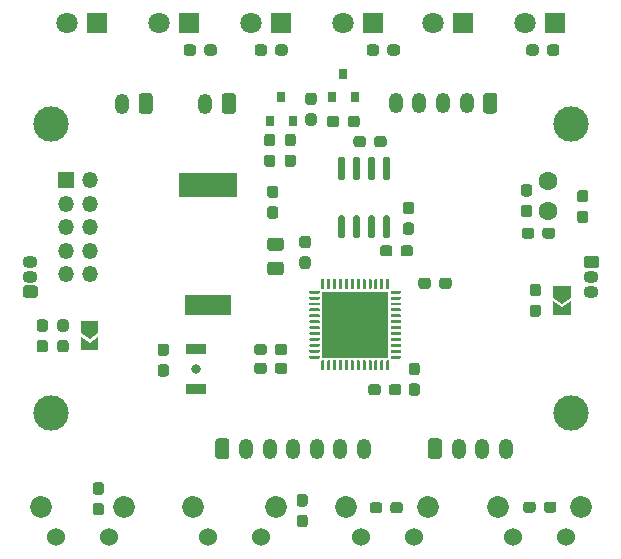
<source format=gbr>
%TF.GenerationSoftware,KiCad,Pcbnew,(5.1.6)-1*%
%TF.CreationDate,2020-12-26T20:27:58+01:00*%
%TF.ProjectId,VESC_UI,56455343-5f55-4492-9e6b-696361645f70,rev?*%
%TF.SameCoordinates,Original*%
%TF.FileFunction,Soldermask,Top*%
%TF.FilePolarity,Negative*%
%FSLAX46Y46*%
G04 Gerber Fmt 4.6, Leading zero omitted, Abs format (unit mm)*
G04 Created by KiCad (PCBNEW (5.1.6)-1) date 2020-12-26 20:27:58*
%MOMM*%
%LPD*%
G01*
G04 APERTURE LIST*
%ADD10O,1.350000X1.350000*%
%ADD11R,1.350000X1.350000*%
%ADD12O,1.300000X1.050000*%
%ADD13C,0.800000*%
%ADD14R,1.700000X0.900000*%
%ADD15C,1.600000*%
%ADD16R,0.800000X0.900000*%
%ADD17C,1.524000*%
%ADD18C,1.850000*%
%ADD19O,1.200000X1.750000*%
%ADD20C,3.000000*%
%ADD21C,1.800000*%
%ADD22R,1.800000X1.800000*%
%ADD23R,5.000000X2.000000*%
%ADD24R,4.000000X1.700000*%
%ADD25C,0.100000*%
%ADD26R,5.600000X5.600000*%
G04 APERTURE END LIST*
%TO.C,C15*%
G36*
G01*
X135250000Y-106362500D02*
X135250000Y-106837500D01*
G75*
G02*
X135012500Y-107075000I-237500J0D01*
G01*
X134437500Y-107075000D01*
G75*
G02*
X134200000Y-106837500I0J237500D01*
G01*
X134200000Y-106362500D01*
G75*
G02*
X134437500Y-106125000I237500J0D01*
G01*
X135012500Y-106125000D01*
G75*
G02*
X135250000Y-106362500I0J-237500D01*
G01*
G37*
G36*
G01*
X137000000Y-106362500D02*
X137000000Y-106837500D01*
G75*
G02*
X136762500Y-107075000I-237500J0D01*
G01*
X136187500Y-107075000D01*
G75*
G02*
X135950000Y-106837500I0J237500D01*
G01*
X135950000Y-106362500D01*
G75*
G02*
X136187500Y-106125000I237500J0D01*
G01*
X136762500Y-106125000D01*
G75*
G02*
X137000000Y-106362500I0J-237500D01*
G01*
G37*
%TD*%
%TO.C,L2*%
G36*
G01*
X134200000Y-108437500D02*
X134200000Y-107962500D01*
G75*
G02*
X134437500Y-107725000I237500J0D01*
G01*
X135012500Y-107725000D01*
G75*
G02*
X135250000Y-107962500I0J-237500D01*
G01*
X135250000Y-108437500D01*
G75*
G02*
X135012500Y-108675000I-237500J0D01*
G01*
X134437500Y-108675000D01*
G75*
G02*
X134200000Y-108437500I0J237500D01*
G01*
G37*
G36*
G01*
X135950000Y-108437500D02*
X135950000Y-107962500D01*
G75*
G02*
X136187500Y-107725000I237500J0D01*
G01*
X136762500Y-107725000D01*
G75*
G02*
X137000000Y-107962500I0J-237500D01*
G01*
X137000000Y-108437500D01*
G75*
G02*
X136762500Y-108675000I-237500J0D01*
G01*
X136187500Y-108675000D01*
G75*
G02*
X135950000Y-108437500I0J237500D01*
G01*
G37*
%TD*%
D10*
%TO.C,J4*%
X120250000Y-100250000D03*
X118250000Y-100250000D03*
X120250000Y-98250000D03*
X118250000Y-98250000D03*
X120250000Y-96250000D03*
X118250000Y-96250000D03*
X120250000Y-94250000D03*
X118250000Y-94250000D03*
X120250000Y-92250000D03*
D11*
X118250000Y-92250000D03*
%TD*%
%TO.C,J1*%
G36*
G01*
X115650100Y-102225000D02*
X114849900Y-102225000D01*
G75*
G02*
X114600000Y-101975100I0J249900D01*
G01*
X114600000Y-101424900D01*
G75*
G02*
X114849900Y-101175000I249900J0D01*
G01*
X115650100Y-101175000D01*
G75*
G02*
X115900000Y-101424900I0J-249900D01*
G01*
X115900000Y-101975100D01*
G75*
G02*
X115650100Y-102225000I-249900J0D01*
G01*
G37*
D12*
X115250000Y-99160000D03*
X115250000Y-100430000D03*
%TD*%
%TO.C,C12*%
G36*
G01*
X126262500Y-107850000D02*
X126737500Y-107850000D01*
G75*
G02*
X126975000Y-108087500I0J-237500D01*
G01*
X126975000Y-108662500D01*
G75*
G02*
X126737500Y-108900000I-237500J0D01*
G01*
X126262500Y-108900000D01*
G75*
G02*
X126025000Y-108662500I0J237500D01*
G01*
X126025000Y-108087500D01*
G75*
G02*
X126262500Y-107850000I237500J0D01*
G01*
G37*
G36*
G01*
X126262500Y-106100000D02*
X126737500Y-106100000D01*
G75*
G02*
X126975000Y-106337500I0J-237500D01*
G01*
X126975000Y-106912500D01*
G75*
G02*
X126737500Y-107150000I-237500J0D01*
G01*
X126262500Y-107150000D01*
G75*
G02*
X126025000Y-106912500I0J237500D01*
G01*
X126025000Y-106337500D01*
G75*
G02*
X126262500Y-106100000I237500J0D01*
G01*
G37*
%TD*%
D13*
%TO.C,SW5*%
X129250000Y-108250000D03*
D14*
X129250000Y-109950000D03*
X129250000Y-106550000D03*
%TD*%
%TO.C,C24*%
G36*
G01*
X147487500Y-95150000D02*
X147012500Y-95150000D01*
G75*
G02*
X146775000Y-94912500I0J237500D01*
G01*
X146775000Y-94337500D01*
G75*
G02*
X147012500Y-94100000I237500J0D01*
G01*
X147487500Y-94100000D01*
G75*
G02*
X147725000Y-94337500I0J-237500D01*
G01*
X147725000Y-94912500D01*
G75*
G02*
X147487500Y-95150000I-237500J0D01*
G01*
G37*
G36*
G01*
X147487500Y-96900000D02*
X147012500Y-96900000D01*
G75*
G02*
X146775000Y-96662500I0J237500D01*
G01*
X146775000Y-96087500D01*
G75*
G02*
X147012500Y-95850000I237500J0D01*
G01*
X147487500Y-95850000D01*
G75*
G02*
X147725000Y-96087500I0J-237500D01*
G01*
X147725000Y-96662500D01*
G75*
G02*
X147487500Y-96900000I-237500J0D01*
G01*
G37*
%TD*%
%TO.C,C21*%
G36*
G01*
X147512500Y-109475000D02*
X147987500Y-109475000D01*
G75*
G02*
X148225000Y-109712500I0J-237500D01*
G01*
X148225000Y-110287500D01*
G75*
G02*
X147987500Y-110525000I-237500J0D01*
G01*
X147512500Y-110525000D01*
G75*
G02*
X147275000Y-110287500I0J237500D01*
G01*
X147275000Y-109712500D01*
G75*
G02*
X147512500Y-109475000I237500J0D01*
G01*
G37*
G36*
G01*
X147512500Y-107725000D02*
X147987500Y-107725000D01*
G75*
G02*
X148225000Y-107962500I0J-237500D01*
G01*
X148225000Y-108537500D01*
G75*
G02*
X147987500Y-108775000I-237500J0D01*
G01*
X147512500Y-108775000D01*
G75*
G02*
X147275000Y-108537500I0J237500D01*
G01*
X147275000Y-107962500D01*
G75*
G02*
X147512500Y-107725000I237500J0D01*
G01*
G37*
%TD*%
%TO.C,C20*%
G36*
G01*
X149850000Y-101237500D02*
X149850000Y-100762500D01*
G75*
G02*
X150087500Y-100525000I237500J0D01*
G01*
X150662500Y-100525000D01*
G75*
G02*
X150900000Y-100762500I0J-237500D01*
G01*
X150900000Y-101237500D01*
G75*
G02*
X150662500Y-101475000I-237500J0D01*
G01*
X150087500Y-101475000D01*
G75*
G02*
X149850000Y-101237500I0J237500D01*
G01*
G37*
G36*
G01*
X148100000Y-101237500D02*
X148100000Y-100762500D01*
G75*
G02*
X148337500Y-100525000I237500J0D01*
G01*
X148912500Y-100525000D01*
G75*
G02*
X149150000Y-100762500I0J-237500D01*
G01*
X149150000Y-101237500D01*
G75*
G02*
X148912500Y-101475000I-237500J0D01*
G01*
X148337500Y-101475000D01*
G75*
G02*
X148100000Y-101237500I0J237500D01*
G01*
G37*
%TD*%
%TO.C,C10*%
G36*
G01*
X116012500Y-105800000D02*
X116487500Y-105800000D01*
G75*
G02*
X116725000Y-106037500I0J-237500D01*
G01*
X116725000Y-106612500D01*
G75*
G02*
X116487500Y-106850000I-237500J0D01*
G01*
X116012500Y-106850000D01*
G75*
G02*
X115775000Y-106612500I0J237500D01*
G01*
X115775000Y-106037500D01*
G75*
G02*
X116012500Y-105800000I237500J0D01*
G01*
G37*
G36*
G01*
X116012500Y-104050000D02*
X116487500Y-104050000D01*
G75*
G02*
X116725000Y-104287500I0J-237500D01*
G01*
X116725000Y-104862500D01*
G75*
G02*
X116487500Y-105100000I-237500J0D01*
G01*
X116012500Y-105100000D01*
G75*
G02*
X115775000Y-104862500I0J237500D01*
G01*
X115775000Y-104287500D01*
G75*
G02*
X116012500Y-104050000I237500J0D01*
G01*
G37*
%TD*%
%TO.C,C9*%
G36*
G01*
X162237500Y-95900000D02*
X161762500Y-95900000D01*
G75*
G02*
X161525000Y-95662500I0J237500D01*
G01*
X161525000Y-95087500D01*
G75*
G02*
X161762500Y-94850000I237500J0D01*
G01*
X162237500Y-94850000D01*
G75*
G02*
X162475000Y-95087500I0J-237500D01*
G01*
X162475000Y-95662500D01*
G75*
G02*
X162237500Y-95900000I-237500J0D01*
G01*
G37*
G36*
G01*
X162237500Y-94150000D02*
X161762500Y-94150000D01*
G75*
G02*
X161525000Y-93912500I0J237500D01*
G01*
X161525000Y-93337500D01*
G75*
G02*
X161762500Y-93100000I237500J0D01*
G01*
X162237500Y-93100000D01*
G75*
G02*
X162475000Y-93337500I0J-237500D01*
G01*
X162475000Y-93912500D01*
G75*
G02*
X162237500Y-94150000I-237500J0D01*
G01*
G37*
%TD*%
%TO.C,C6*%
G36*
G01*
X135275000Y-81012500D02*
X135275000Y-81487500D01*
G75*
G02*
X135037500Y-81725000I-237500J0D01*
G01*
X134462500Y-81725000D01*
G75*
G02*
X134225000Y-81487500I0J237500D01*
G01*
X134225000Y-81012500D01*
G75*
G02*
X134462500Y-80775000I237500J0D01*
G01*
X135037500Y-80775000D01*
G75*
G02*
X135275000Y-81012500I0J-237500D01*
G01*
G37*
G36*
G01*
X137025000Y-81012500D02*
X137025000Y-81487500D01*
G75*
G02*
X136787500Y-81725000I-237500J0D01*
G01*
X136212500Y-81725000D01*
G75*
G02*
X135975000Y-81487500I0J237500D01*
G01*
X135975000Y-81012500D01*
G75*
G02*
X136212500Y-80775000I237500J0D01*
G01*
X136787500Y-80775000D01*
G75*
G02*
X137025000Y-81012500I0J-237500D01*
G01*
G37*
%TD*%
D15*
%TO.C,R13*%
X159100000Y-94840000D03*
X159100000Y-92300000D03*
%TD*%
%TO.C,C23*%
G36*
G01*
X138762500Y-84850000D02*
X139237500Y-84850000D01*
G75*
G02*
X139475000Y-85087500I0J-237500D01*
G01*
X139475000Y-85662500D01*
G75*
G02*
X139237500Y-85900000I-237500J0D01*
G01*
X138762500Y-85900000D01*
G75*
G02*
X138525000Y-85662500I0J237500D01*
G01*
X138525000Y-85087500D01*
G75*
G02*
X138762500Y-84850000I237500J0D01*
G01*
G37*
G36*
G01*
X138762500Y-86600000D02*
X139237500Y-86600000D01*
G75*
G02*
X139475000Y-86837500I0J-237500D01*
G01*
X139475000Y-87412500D01*
G75*
G02*
X139237500Y-87650000I-237500J0D01*
G01*
X138762500Y-87650000D01*
G75*
G02*
X138525000Y-87412500I0J237500D01*
G01*
X138525000Y-86837500D01*
G75*
G02*
X138762500Y-86600000I237500J0D01*
G01*
G37*
%TD*%
D16*
%TO.C,Q2*%
X136500000Y-85250000D03*
X137450000Y-87250000D03*
X135550000Y-87250000D03*
%TD*%
%TO.C,C1*%
G36*
G01*
X135262500Y-90100000D02*
X135737500Y-90100000D01*
G75*
G02*
X135975000Y-90337500I0J-237500D01*
G01*
X135975000Y-90912500D01*
G75*
G02*
X135737500Y-91150000I-237500J0D01*
G01*
X135262500Y-91150000D01*
G75*
G02*
X135025000Y-90912500I0J237500D01*
G01*
X135025000Y-90337500D01*
G75*
G02*
X135262500Y-90100000I237500J0D01*
G01*
G37*
G36*
G01*
X135262500Y-88350000D02*
X135737500Y-88350000D01*
G75*
G02*
X135975000Y-88587500I0J-237500D01*
G01*
X135975000Y-89162500D01*
G75*
G02*
X135737500Y-89400000I-237500J0D01*
G01*
X135262500Y-89400000D01*
G75*
G02*
X135025000Y-89162500I0J237500D01*
G01*
X135025000Y-88587500D01*
G75*
G02*
X135262500Y-88350000I237500J0D01*
G01*
G37*
%TD*%
%TO.C,R8*%
G36*
G01*
X137012500Y-90100000D02*
X137487500Y-90100000D01*
G75*
G02*
X137725000Y-90337500I0J-237500D01*
G01*
X137725000Y-90912500D01*
G75*
G02*
X137487500Y-91150000I-237500J0D01*
G01*
X137012500Y-91150000D01*
G75*
G02*
X136775000Y-90912500I0J237500D01*
G01*
X136775000Y-90337500D01*
G75*
G02*
X137012500Y-90100000I237500J0D01*
G01*
G37*
G36*
G01*
X137012500Y-88350000D02*
X137487500Y-88350000D01*
G75*
G02*
X137725000Y-88587500I0J-237500D01*
G01*
X137725000Y-89162500D01*
G75*
G02*
X137487500Y-89400000I-237500J0D01*
G01*
X137012500Y-89400000D01*
G75*
G02*
X136775000Y-89162500I0J237500D01*
G01*
X136775000Y-88587500D01*
G75*
G02*
X137012500Y-88350000I237500J0D01*
G01*
G37*
%TD*%
D17*
%TO.C,SW1*%
X121900000Y-122450000D03*
X117400000Y-122450000D03*
D18*
X123150000Y-119950000D03*
X116150000Y-119950000D03*
%TD*%
%TO.C,SW2*%
X129050000Y-119950000D03*
X136050000Y-119950000D03*
D17*
X130300000Y-122450000D03*
X134800000Y-122450000D03*
%TD*%
%TO.C,SW3*%
X147700000Y-122450000D03*
X143200000Y-122450000D03*
D18*
X148950000Y-119950000D03*
X141950000Y-119950000D03*
%TD*%
%TO.C,SW4*%
X154850000Y-119950000D03*
X161850000Y-119950000D03*
D17*
X156100000Y-122450000D03*
X160600000Y-122450000D03*
%TD*%
%TO.C,R21*%
G36*
G01*
X144850000Y-98487500D02*
X144850000Y-98012500D01*
G75*
G02*
X145087500Y-97775000I237500J0D01*
G01*
X145662500Y-97775000D01*
G75*
G02*
X145900000Y-98012500I0J-237500D01*
G01*
X145900000Y-98487500D01*
G75*
G02*
X145662500Y-98725000I-237500J0D01*
G01*
X145087500Y-98725000D01*
G75*
G02*
X144850000Y-98487500I0J237500D01*
G01*
G37*
G36*
G01*
X146600000Y-98487500D02*
X146600000Y-98012500D01*
G75*
G02*
X146837500Y-97775000I237500J0D01*
G01*
X147412500Y-97775000D01*
G75*
G02*
X147650000Y-98012500I0J-237500D01*
G01*
X147650000Y-98487500D01*
G75*
G02*
X147412500Y-98725000I-237500J0D01*
G01*
X146837500Y-98725000D01*
G75*
G02*
X146600000Y-98487500I0J237500D01*
G01*
G37*
%TD*%
%TO.C,U3*%
G36*
G01*
X145255000Y-90300000D02*
X145555000Y-90300000D01*
G75*
G02*
X145705000Y-90450000I0J-150000D01*
G01*
X145705000Y-92100000D01*
G75*
G02*
X145555000Y-92250000I-150000J0D01*
G01*
X145255000Y-92250000D01*
G75*
G02*
X145105000Y-92100000I0J150000D01*
G01*
X145105000Y-90450000D01*
G75*
G02*
X145255000Y-90300000I150000J0D01*
G01*
G37*
G36*
G01*
X143985000Y-90300000D02*
X144285000Y-90300000D01*
G75*
G02*
X144435000Y-90450000I0J-150000D01*
G01*
X144435000Y-92100000D01*
G75*
G02*
X144285000Y-92250000I-150000J0D01*
G01*
X143985000Y-92250000D01*
G75*
G02*
X143835000Y-92100000I0J150000D01*
G01*
X143835000Y-90450000D01*
G75*
G02*
X143985000Y-90300000I150000J0D01*
G01*
G37*
G36*
G01*
X142715000Y-90300000D02*
X143015000Y-90300000D01*
G75*
G02*
X143165000Y-90450000I0J-150000D01*
G01*
X143165000Y-92100000D01*
G75*
G02*
X143015000Y-92250000I-150000J0D01*
G01*
X142715000Y-92250000D01*
G75*
G02*
X142565000Y-92100000I0J150000D01*
G01*
X142565000Y-90450000D01*
G75*
G02*
X142715000Y-90300000I150000J0D01*
G01*
G37*
G36*
G01*
X141445000Y-90300000D02*
X141745000Y-90300000D01*
G75*
G02*
X141895000Y-90450000I0J-150000D01*
G01*
X141895000Y-92100000D01*
G75*
G02*
X141745000Y-92250000I-150000J0D01*
G01*
X141445000Y-92250000D01*
G75*
G02*
X141295000Y-92100000I0J150000D01*
G01*
X141295000Y-90450000D01*
G75*
G02*
X141445000Y-90300000I150000J0D01*
G01*
G37*
G36*
G01*
X141445000Y-95250000D02*
X141745000Y-95250000D01*
G75*
G02*
X141895000Y-95400000I0J-150000D01*
G01*
X141895000Y-97050000D01*
G75*
G02*
X141745000Y-97200000I-150000J0D01*
G01*
X141445000Y-97200000D01*
G75*
G02*
X141295000Y-97050000I0J150000D01*
G01*
X141295000Y-95400000D01*
G75*
G02*
X141445000Y-95250000I150000J0D01*
G01*
G37*
G36*
G01*
X142715000Y-95250000D02*
X143015000Y-95250000D01*
G75*
G02*
X143165000Y-95400000I0J-150000D01*
G01*
X143165000Y-97050000D01*
G75*
G02*
X143015000Y-97200000I-150000J0D01*
G01*
X142715000Y-97200000D01*
G75*
G02*
X142565000Y-97050000I0J150000D01*
G01*
X142565000Y-95400000D01*
G75*
G02*
X142715000Y-95250000I150000J0D01*
G01*
G37*
G36*
G01*
X143985000Y-95250000D02*
X144285000Y-95250000D01*
G75*
G02*
X144435000Y-95400000I0J-150000D01*
G01*
X144435000Y-97050000D01*
G75*
G02*
X144285000Y-97200000I-150000J0D01*
G01*
X143985000Y-97200000D01*
G75*
G02*
X143835000Y-97050000I0J150000D01*
G01*
X143835000Y-95400000D01*
G75*
G02*
X143985000Y-95250000I150000J0D01*
G01*
G37*
G36*
G01*
X145255000Y-95250000D02*
X145555000Y-95250000D01*
G75*
G02*
X145705000Y-95400000I0J-150000D01*
G01*
X145705000Y-97050000D01*
G75*
G02*
X145555000Y-97200000I-150000J0D01*
G01*
X145255000Y-97200000D01*
G75*
G02*
X145105000Y-97050000I0J150000D01*
G01*
X145105000Y-95400000D01*
G75*
G02*
X145255000Y-95250000I150000J0D01*
G01*
G37*
%TD*%
D12*
%TO.C,J2*%
X162750000Y-100470000D03*
X162750000Y-101740000D03*
G36*
G01*
X162349900Y-98675000D02*
X163150100Y-98675000D01*
G75*
G02*
X163400000Y-98924900I0J-249900D01*
G01*
X163400000Y-99475100D01*
G75*
G02*
X163150100Y-99725000I-249900J0D01*
G01*
X162349900Y-99725000D01*
G75*
G02*
X162100000Y-99475100I0J249900D01*
G01*
X162100000Y-98924900D01*
G75*
G02*
X162349900Y-98675000I249900J0D01*
G01*
G37*
%TD*%
D19*
%TO.C,J5*%
X146175000Y-85750000D03*
X148175000Y-85750000D03*
X150175000Y-85750000D03*
X152175000Y-85750000D03*
G36*
G01*
X154775000Y-85124999D02*
X154775000Y-86375001D01*
G75*
G02*
X154525001Y-86625000I-249999J0D01*
G01*
X153824999Y-86625000D01*
G75*
G02*
X153575000Y-86375001I0J249999D01*
G01*
X153575000Y-85124999D01*
G75*
G02*
X153824999Y-84875000I249999J0D01*
G01*
X154525001Y-84875000D01*
G75*
G02*
X154775000Y-85124999I0J-249999D01*
G01*
G37*
%TD*%
D20*
%TO.C,REF\u002A\u002A*%
X161000000Y-112000000D03*
%TD*%
%TO.C,REF\u002A\u002A*%
X117000000Y-112000000D03*
%TD*%
%TO.C,REF\u002A\u002A*%
X117000000Y-87500000D03*
%TD*%
%TO.C,REF\u002A\u002A*%
X161000000Y-87500000D03*
%TD*%
D21*
%TO.C,D6*%
X157160000Y-79000000D03*
D22*
X159700000Y-79000000D03*
%TD*%
D21*
%TO.C,D5*%
X149360000Y-79000000D03*
D22*
X151900000Y-79000000D03*
%TD*%
D21*
%TO.C,D4*%
X141750000Y-79000000D03*
D22*
X144290000Y-79000000D03*
%TD*%
D21*
%TO.C,D3*%
X133960000Y-79000000D03*
D22*
X136500000Y-79000000D03*
%TD*%
D21*
%TO.C,D2*%
X126150000Y-79000000D03*
D22*
X128690000Y-79000000D03*
%TD*%
D21*
%TO.C,D1*%
X118360000Y-79000000D03*
D22*
X120900000Y-79000000D03*
%TD*%
%TO.C,C2*%
G36*
G01*
X136450001Y-98275000D02*
X135549999Y-98275000D01*
G75*
G02*
X135300000Y-98025001I0J249999D01*
G01*
X135300000Y-97374999D01*
G75*
G02*
X135549999Y-97125000I249999J0D01*
G01*
X136450001Y-97125000D01*
G75*
G02*
X136700000Y-97374999I0J-249999D01*
G01*
X136700000Y-98025001D01*
G75*
G02*
X136450001Y-98275000I-249999J0D01*
G01*
G37*
G36*
G01*
X136450001Y-100325000D02*
X135549999Y-100325000D01*
G75*
G02*
X135300000Y-100075001I0J249999D01*
G01*
X135300000Y-99424999D01*
G75*
G02*
X135549999Y-99175000I249999J0D01*
G01*
X136450001Y-99175000D01*
G75*
G02*
X136700000Y-99424999I0J-249999D01*
G01*
X136700000Y-100075001D01*
G75*
G02*
X136450001Y-100325000I-249999J0D01*
G01*
G37*
%TD*%
D19*
%TO.C,J6*%
X155500000Y-115000000D03*
X153500000Y-115000000D03*
X151500000Y-115000000D03*
G36*
G01*
X148900000Y-115625001D02*
X148900000Y-114374999D01*
G75*
G02*
X149149999Y-114125000I249999J0D01*
G01*
X149850001Y-114125000D01*
G75*
G02*
X150100000Y-114374999I0J-249999D01*
G01*
X150100000Y-115625001D01*
G75*
G02*
X149850001Y-115875000I-249999J0D01*
G01*
X149149999Y-115875000D01*
G75*
G02*
X148900000Y-115625001I0J249999D01*
G01*
G37*
%TD*%
%TO.C,C18*%
G36*
G01*
X145600000Y-110237500D02*
X145600000Y-109762500D01*
G75*
G02*
X145837500Y-109525000I237500J0D01*
G01*
X146412500Y-109525000D01*
G75*
G02*
X146650000Y-109762500I0J-237500D01*
G01*
X146650000Y-110237500D01*
G75*
G02*
X146412500Y-110475000I-237500J0D01*
G01*
X145837500Y-110475000D01*
G75*
G02*
X145600000Y-110237500I0J237500D01*
G01*
G37*
G36*
G01*
X143850000Y-110237500D02*
X143850000Y-109762500D01*
G75*
G02*
X144087500Y-109525000I237500J0D01*
G01*
X144662500Y-109525000D01*
G75*
G02*
X144900000Y-109762500I0J-237500D01*
G01*
X144900000Y-110237500D01*
G75*
G02*
X144662500Y-110475000I-237500J0D01*
G01*
X144087500Y-110475000D01*
G75*
G02*
X143850000Y-110237500I0J237500D01*
G01*
G37*
%TD*%
%TO.C,C19*%
G36*
G01*
X138737500Y-98025000D02*
X138262500Y-98025000D01*
G75*
G02*
X138025000Y-97787500I0J237500D01*
G01*
X138025000Y-97212500D01*
G75*
G02*
X138262500Y-96975000I237500J0D01*
G01*
X138737500Y-96975000D01*
G75*
G02*
X138975000Y-97212500I0J-237500D01*
G01*
X138975000Y-97787500D01*
G75*
G02*
X138737500Y-98025000I-237500J0D01*
G01*
G37*
G36*
G01*
X138737500Y-99775000D02*
X138262500Y-99775000D01*
G75*
G02*
X138025000Y-99537500I0J237500D01*
G01*
X138025000Y-98962500D01*
G75*
G02*
X138262500Y-98725000I237500J0D01*
G01*
X138737500Y-98725000D01*
G75*
G02*
X138975000Y-98962500I0J-237500D01*
G01*
X138975000Y-99537500D01*
G75*
G02*
X138737500Y-99775000I-237500J0D01*
G01*
G37*
%TD*%
D23*
%TO.C,C22*%
X130250000Y-92675000D03*
D24*
X130250000Y-102825000D03*
%TD*%
%TO.C,D10*%
G36*
G01*
X135987500Y-95525000D02*
X135512500Y-95525000D01*
G75*
G02*
X135275000Y-95287500I0J237500D01*
G01*
X135275000Y-94712500D01*
G75*
G02*
X135512500Y-94475000I237500J0D01*
G01*
X135987500Y-94475000D01*
G75*
G02*
X136225000Y-94712500I0J-237500D01*
G01*
X136225000Y-95287500D01*
G75*
G02*
X135987500Y-95525000I-237500J0D01*
G01*
G37*
G36*
G01*
X135987500Y-93775000D02*
X135512500Y-93775000D01*
G75*
G02*
X135275000Y-93537500I0J237500D01*
G01*
X135275000Y-92962500D01*
G75*
G02*
X135512500Y-92725000I237500J0D01*
G01*
X135987500Y-92725000D01*
G75*
G02*
X136225000Y-92962500I0J-237500D01*
G01*
X136225000Y-93537500D01*
G75*
G02*
X135987500Y-93775000I-237500J0D01*
G01*
G37*
%TD*%
%TO.C,J3*%
G36*
G01*
X130900000Y-115625001D02*
X130900000Y-114374999D01*
G75*
G02*
X131149999Y-114125000I249999J0D01*
G01*
X131850001Y-114125000D01*
G75*
G02*
X132100000Y-114374999I0J-249999D01*
G01*
X132100000Y-115625001D01*
G75*
G02*
X131850001Y-115875000I-249999J0D01*
G01*
X131149999Y-115875000D01*
G75*
G02*
X130900000Y-115625001I0J249999D01*
G01*
G37*
D19*
X133500000Y-115000000D03*
X135500000Y-115000000D03*
X137500000Y-115000000D03*
X139500000Y-115000000D03*
X141500000Y-115000000D03*
X143500000Y-115000000D03*
%TD*%
D25*
%TO.C,JP1*%
G36*
X120250000Y-105725000D02*
G01*
X119500000Y-105225000D01*
X119500000Y-104225000D01*
X121000000Y-104225000D01*
X121000000Y-105225000D01*
X120250000Y-105725000D01*
G37*
G36*
X119500000Y-106675000D02*
G01*
X119500000Y-105525000D01*
X120250000Y-106025000D01*
X121000000Y-105525000D01*
X121000000Y-106675000D01*
X119500000Y-106675000D01*
G37*
%TD*%
%TO.C,JP2*%
G36*
X159500000Y-103675000D02*
G01*
X159500000Y-102525000D01*
X160250000Y-103025000D01*
X161000000Y-102525000D01*
X161000000Y-103675000D01*
X159500000Y-103675000D01*
G37*
G36*
X160250000Y-102725000D02*
G01*
X159500000Y-102225000D01*
X159500000Y-101225000D01*
X161000000Y-101225000D01*
X161000000Y-102225000D01*
X160250000Y-102725000D01*
G37*
%TD*%
D16*
%TO.C,Q1*%
X140800000Y-85250000D03*
X142700000Y-85250000D03*
X141750000Y-83250000D03*
%TD*%
%TO.C,R1*%
G36*
G01*
X129975000Y-81487500D02*
X129975000Y-81012500D01*
G75*
G02*
X130212500Y-80775000I237500J0D01*
G01*
X130787500Y-80775000D01*
G75*
G02*
X131025000Y-81012500I0J-237500D01*
G01*
X131025000Y-81487500D01*
G75*
G02*
X130787500Y-81725000I-237500J0D01*
G01*
X130212500Y-81725000D01*
G75*
G02*
X129975000Y-81487500I0J237500D01*
G01*
G37*
G36*
G01*
X128225000Y-81487500D02*
X128225000Y-81012500D01*
G75*
G02*
X128462500Y-80775000I237500J0D01*
G01*
X129037500Y-80775000D01*
G75*
G02*
X129275000Y-81012500I0J-237500D01*
G01*
X129275000Y-81487500D01*
G75*
G02*
X129037500Y-81725000I-237500J0D01*
G01*
X128462500Y-81725000D01*
G75*
G02*
X128225000Y-81487500I0J237500D01*
G01*
G37*
%TD*%
%TO.C,R2*%
G36*
G01*
X142100000Y-87537500D02*
X142100000Y-87062500D01*
G75*
G02*
X142337500Y-86825000I237500J0D01*
G01*
X142912500Y-86825000D01*
G75*
G02*
X143150000Y-87062500I0J-237500D01*
G01*
X143150000Y-87537500D01*
G75*
G02*
X142912500Y-87775000I-237500J0D01*
G01*
X142337500Y-87775000D01*
G75*
G02*
X142100000Y-87537500I0J237500D01*
G01*
G37*
G36*
G01*
X140350000Y-87537500D02*
X140350000Y-87062500D01*
G75*
G02*
X140587500Y-86825000I237500J0D01*
G01*
X141162500Y-86825000D01*
G75*
G02*
X141400000Y-87062500I0J-237500D01*
G01*
X141400000Y-87537500D01*
G75*
G02*
X141162500Y-87775000I-237500J0D01*
G01*
X140587500Y-87775000D01*
G75*
G02*
X140350000Y-87537500I0J237500D01*
G01*
G37*
%TD*%
%TO.C,R3*%
G36*
G01*
X121237500Y-120650000D02*
X120762500Y-120650000D01*
G75*
G02*
X120525000Y-120412500I0J237500D01*
G01*
X120525000Y-119837500D01*
G75*
G02*
X120762500Y-119600000I237500J0D01*
G01*
X121237500Y-119600000D01*
G75*
G02*
X121475000Y-119837500I0J-237500D01*
G01*
X121475000Y-120412500D01*
G75*
G02*
X121237500Y-120650000I-237500J0D01*
G01*
G37*
G36*
G01*
X121237500Y-118900000D02*
X120762500Y-118900000D01*
G75*
G02*
X120525000Y-118662500I0J237500D01*
G01*
X120525000Y-118087500D01*
G75*
G02*
X120762500Y-117850000I237500J0D01*
G01*
X121237500Y-117850000D01*
G75*
G02*
X121475000Y-118087500I0J-237500D01*
G01*
X121475000Y-118662500D01*
G75*
G02*
X121237500Y-118900000I-237500J0D01*
G01*
G37*
%TD*%
%TO.C,R4*%
G36*
G01*
X143725000Y-81487500D02*
X143725000Y-81012500D01*
G75*
G02*
X143962500Y-80775000I237500J0D01*
G01*
X144537500Y-80775000D01*
G75*
G02*
X144775000Y-81012500I0J-237500D01*
G01*
X144775000Y-81487500D01*
G75*
G02*
X144537500Y-81725000I-237500J0D01*
G01*
X143962500Y-81725000D01*
G75*
G02*
X143725000Y-81487500I0J237500D01*
G01*
G37*
G36*
G01*
X145475000Y-81487500D02*
X145475000Y-81012500D01*
G75*
G02*
X145712500Y-80775000I237500J0D01*
G01*
X146287500Y-80775000D01*
G75*
G02*
X146525000Y-81012500I0J-237500D01*
G01*
X146525000Y-81487500D01*
G75*
G02*
X146287500Y-81725000I-237500J0D01*
G01*
X145712500Y-81725000D01*
G75*
G02*
X145475000Y-81487500I0J237500D01*
G01*
G37*
%TD*%
%TO.C,R5*%
G36*
G01*
X138487500Y-121650000D02*
X138012500Y-121650000D01*
G75*
G02*
X137775000Y-121412500I0J237500D01*
G01*
X137775000Y-120837500D01*
G75*
G02*
X138012500Y-120600000I237500J0D01*
G01*
X138487500Y-120600000D01*
G75*
G02*
X138725000Y-120837500I0J-237500D01*
G01*
X138725000Y-121412500D01*
G75*
G02*
X138487500Y-121650000I-237500J0D01*
G01*
G37*
G36*
G01*
X138487500Y-119900000D02*
X138012500Y-119900000D01*
G75*
G02*
X137775000Y-119662500I0J237500D01*
G01*
X137775000Y-119087500D01*
G75*
G02*
X138012500Y-118850000I237500J0D01*
G01*
X138487500Y-118850000D01*
G75*
G02*
X138725000Y-119087500I0J-237500D01*
G01*
X138725000Y-119662500D01*
G75*
G02*
X138487500Y-119900000I-237500J0D01*
G01*
G37*
%TD*%
%TO.C,R6*%
G36*
G01*
X158275000Y-81012500D02*
X158275000Y-81487500D01*
G75*
G02*
X158037500Y-81725000I-237500J0D01*
G01*
X157462500Y-81725000D01*
G75*
G02*
X157225000Y-81487500I0J237500D01*
G01*
X157225000Y-81012500D01*
G75*
G02*
X157462500Y-80775000I237500J0D01*
G01*
X158037500Y-80775000D01*
G75*
G02*
X158275000Y-81012500I0J-237500D01*
G01*
G37*
G36*
G01*
X160025000Y-81012500D02*
X160025000Y-81487500D01*
G75*
G02*
X159787500Y-81725000I-237500J0D01*
G01*
X159212500Y-81725000D01*
G75*
G02*
X158975000Y-81487500I0J237500D01*
G01*
X158975000Y-81012500D01*
G75*
G02*
X159212500Y-80775000I237500J0D01*
G01*
X159787500Y-80775000D01*
G75*
G02*
X160025000Y-81012500I0J-237500D01*
G01*
G37*
%TD*%
%TO.C,R7*%
G36*
G01*
X145025000Y-119762500D02*
X145025000Y-120237500D01*
G75*
G02*
X144787500Y-120475000I-237500J0D01*
G01*
X144212500Y-120475000D01*
G75*
G02*
X143975000Y-120237500I0J237500D01*
G01*
X143975000Y-119762500D01*
G75*
G02*
X144212500Y-119525000I237500J0D01*
G01*
X144787500Y-119525000D01*
G75*
G02*
X145025000Y-119762500I0J-237500D01*
G01*
G37*
G36*
G01*
X146775000Y-119762500D02*
X146775000Y-120237500D01*
G75*
G02*
X146537500Y-120475000I-237500J0D01*
G01*
X145962500Y-120475000D01*
G75*
G02*
X145725000Y-120237500I0J237500D01*
G01*
X145725000Y-119762500D01*
G75*
G02*
X145962500Y-119525000I237500J0D01*
G01*
X146537500Y-119525000D01*
G75*
G02*
X146775000Y-119762500I0J-237500D01*
G01*
G37*
%TD*%
%TO.C,R9*%
G36*
G01*
X159775000Y-119712500D02*
X159775000Y-120187500D01*
G75*
G02*
X159537500Y-120425000I-237500J0D01*
G01*
X158962500Y-120425000D01*
G75*
G02*
X158725000Y-120187500I0J237500D01*
G01*
X158725000Y-119712500D01*
G75*
G02*
X158962500Y-119475000I237500J0D01*
G01*
X159537500Y-119475000D01*
G75*
G02*
X159775000Y-119712500I0J-237500D01*
G01*
G37*
G36*
G01*
X158025000Y-119712500D02*
X158025000Y-120187500D01*
G75*
G02*
X157787500Y-120425000I-237500J0D01*
G01*
X157212500Y-120425000D01*
G75*
G02*
X156975000Y-120187500I0J237500D01*
G01*
X156975000Y-119712500D01*
G75*
G02*
X157212500Y-119475000I237500J0D01*
G01*
X157787500Y-119475000D01*
G75*
G02*
X158025000Y-119712500I0J-237500D01*
G01*
G37*
%TD*%
%TO.C,R12*%
G36*
G01*
X159650000Y-96512500D02*
X159650000Y-96987500D01*
G75*
G02*
X159412500Y-97225000I-237500J0D01*
G01*
X158837500Y-97225000D01*
G75*
G02*
X158600000Y-96987500I0J237500D01*
G01*
X158600000Y-96512500D01*
G75*
G02*
X158837500Y-96275000I237500J0D01*
G01*
X159412500Y-96275000D01*
G75*
G02*
X159650000Y-96512500I0J-237500D01*
G01*
G37*
G36*
G01*
X157900000Y-96512500D02*
X157900000Y-96987500D01*
G75*
G02*
X157662500Y-97225000I-237500J0D01*
G01*
X157087500Y-97225000D01*
G75*
G02*
X156850000Y-96987500I0J237500D01*
G01*
X156850000Y-96512500D01*
G75*
G02*
X157087500Y-96275000I237500J0D01*
G01*
X157662500Y-96275000D01*
G75*
G02*
X157900000Y-96512500I0J-237500D01*
G01*
G37*
%TD*%
%TO.C,R14*%
G36*
G01*
X157487500Y-93650000D02*
X157012500Y-93650000D01*
G75*
G02*
X156775000Y-93412500I0J237500D01*
G01*
X156775000Y-92837500D01*
G75*
G02*
X157012500Y-92600000I237500J0D01*
G01*
X157487500Y-92600000D01*
G75*
G02*
X157725000Y-92837500I0J-237500D01*
G01*
X157725000Y-93412500D01*
G75*
G02*
X157487500Y-93650000I-237500J0D01*
G01*
G37*
G36*
G01*
X157487500Y-95400000D02*
X157012500Y-95400000D01*
G75*
G02*
X156775000Y-95162500I0J237500D01*
G01*
X156775000Y-94587500D01*
G75*
G02*
X157012500Y-94350000I237500J0D01*
G01*
X157487500Y-94350000D01*
G75*
G02*
X157725000Y-94587500I0J-237500D01*
G01*
X157725000Y-95162500D01*
G75*
G02*
X157487500Y-95400000I-237500J0D01*
G01*
G37*
%TD*%
%TO.C,R17*%
G36*
G01*
X117762500Y-104050000D02*
X118237500Y-104050000D01*
G75*
G02*
X118475000Y-104287500I0J-237500D01*
G01*
X118475000Y-104862500D01*
G75*
G02*
X118237500Y-105100000I-237500J0D01*
G01*
X117762500Y-105100000D01*
G75*
G02*
X117525000Y-104862500I0J237500D01*
G01*
X117525000Y-104287500D01*
G75*
G02*
X117762500Y-104050000I237500J0D01*
G01*
G37*
G36*
G01*
X117762500Y-105800000D02*
X118237500Y-105800000D01*
G75*
G02*
X118475000Y-106037500I0J-237500D01*
G01*
X118475000Y-106612500D01*
G75*
G02*
X118237500Y-106850000I-237500J0D01*
G01*
X117762500Y-106850000D01*
G75*
G02*
X117525000Y-106612500I0J237500D01*
G01*
X117525000Y-106037500D01*
G75*
G02*
X117762500Y-105800000I237500J0D01*
G01*
G37*
%TD*%
%TO.C,R18*%
G36*
G01*
X157762500Y-102800000D02*
X158237500Y-102800000D01*
G75*
G02*
X158475000Y-103037500I0J-237500D01*
G01*
X158475000Y-103612500D01*
G75*
G02*
X158237500Y-103850000I-237500J0D01*
G01*
X157762500Y-103850000D01*
G75*
G02*
X157525000Y-103612500I0J237500D01*
G01*
X157525000Y-103037500D01*
G75*
G02*
X157762500Y-102800000I237500J0D01*
G01*
G37*
G36*
G01*
X157762500Y-101050000D02*
X158237500Y-101050000D01*
G75*
G02*
X158475000Y-101287500I0J-237500D01*
G01*
X158475000Y-101862500D01*
G75*
G02*
X158237500Y-102100000I-237500J0D01*
G01*
X157762500Y-102100000D01*
G75*
G02*
X157525000Y-101862500I0J237500D01*
G01*
X157525000Y-101287500D01*
G75*
G02*
X157762500Y-101050000I237500J0D01*
G01*
G37*
%TD*%
%TO.C,R22*%
G36*
G01*
X142600000Y-89237500D02*
X142600000Y-88762500D01*
G75*
G02*
X142837500Y-88525000I237500J0D01*
G01*
X143412500Y-88525000D01*
G75*
G02*
X143650000Y-88762500I0J-237500D01*
G01*
X143650000Y-89237500D01*
G75*
G02*
X143412500Y-89475000I-237500J0D01*
G01*
X142837500Y-89475000D01*
G75*
G02*
X142600000Y-89237500I0J237500D01*
G01*
G37*
G36*
G01*
X144350000Y-89237500D02*
X144350000Y-88762500D01*
G75*
G02*
X144587500Y-88525000I237500J0D01*
G01*
X145162500Y-88525000D01*
G75*
G02*
X145400000Y-88762500I0J-237500D01*
G01*
X145400000Y-89237500D01*
G75*
G02*
X145162500Y-89475000I-237500J0D01*
G01*
X144587500Y-89475000D01*
G75*
G02*
X144350000Y-89237500I0J237500D01*
G01*
G37*
%TD*%
%TO.C,U2*%
G36*
G01*
X138875000Y-101812500D02*
X138875000Y-101687500D01*
G75*
G02*
X138937500Y-101625000I62500J0D01*
G01*
X139687500Y-101625000D01*
G75*
G02*
X139750000Y-101687500I0J-62500D01*
G01*
X139750000Y-101812500D01*
G75*
G02*
X139687500Y-101875000I-62500J0D01*
G01*
X138937500Y-101875000D01*
G75*
G02*
X138875000Y-101812500I0J62500D01*
G01*
G37*
G36*
G01*
X138875000Y-102312500D02*
X138875000Y-102187500D01*
G75*
G02*
X138937500Y-102125000I62500J0D01*
G01*
X139687500Y-102125000D01*
G75*
G02*
X139750000Y-102187500I0J-62500D01*
G01*
X139750000Y-102312500D01*
G75*
G02*
X139687500Y-102375000I-62500J0D01*
G01*
X138937500Y-102375000D01*
G75*
G02*
X138875000Y-102312500I0J62500D01*
G01*
G37*
G36*
G01*
X138875000Y-102812500D02*
X138875000Y-102687500D01*
G75*
G02*
X138937500Y-102625000I62500J0D01*
G01*
X139687500Y-102625000D01*
G75*
G02*
X139750000Y-102687500I0J-62500D01*
G01*
X139750000Y-102812500D01*
G75*
G02*
X139687500Y-102875000I-62500J0D01*
G01*
X138937500Y-102875000D01*
G75*
G02*
X138875000Y-102812500I0J62500D01*
G01*
G37*
G36*
G01*
X138875000Y-103312500D02*
X138875000Y-103187500D01*
G75*
G02*
X138937500Y-103125000I62500J0D01*
G01*
X139687500Y-103125000D01*
G75*
G02*
X139750000Y-103187500I0J-62500D01*
G01*
X139750000Y-103312500D01*
G75*
G02*
X139687500Y-103375000I-62500J0D01*
G01*
X138937500Y-103375000D01*
G75*
G02*
X138875000Y-103312500I0J62500D01*
G01*
G37*
G36*
G01*
X138875000Y-103812500D02*
X138875000Y-103687500D01*
G75*
G02*
X138937500Y-103625000I62500J0D01*
G01*
X139687500Y-103625000D01*
G75*
G02*
X139750000Y-103687500I0J-62500D01*
G01*
X139750000Y-103812500D01*
G75*
G02*
X139687500Y-103875000I-62500J0D01*
G01*
X138937500Y-103875000D01*
G75*
G02*
X138875000Y-103812500I0J62500D01*
G01*
G37*
G36*
G01*
X138875000Y-104312500D02*
X138875000Y-104187500D01*
G75*
G02*
X138937500Y-104125000I62500J0D01*
G01*
X139687500Y-104125000D01*
G75*
G02*
X139750000Y-104187500I0J-62500D01*
G01*
X139750000Y-104312500D01*
G75*
G02*
X139687500Y-104375000I-62500J0D01*
G01*
X138937500Y-104375000D01*
G75*
G02*
X138875000Y-104312500I0J62500D01*
G01*
G37*
G36*
G01*
X138875000Y-104812500D02*
X138875000Y-104687500D01*
G75*
G02*
X138937500Y-104625000I62500J0D01*
G01*
X139687500Y-104625000D01*
G75*
G02*
X139750000Y-104687500I0J-62500D01*
G01*
X139750000Y-104812500D01*
G75*
G02*
X139687500Y-104875000I-62500J0D01*
G01*
X138937500Y-104875000D01*
G75*
G02*
X138875000Y-104812500I0J62500D01*
G01*
G37*
G36*
G01*
X138875000Y-105312500D02*
X138875000Y-105187500D01*
G75*
G02*
X138937500Y-105125000I62500J0D01*
G01*
X139687500Y-105125000D01*
G75*
G02*
X139750000Y-105187500I0J-62500D01*
G01*
X139750000Y-105312500D01*
G75*
G02*
X139687500Y-105375000I-62500J0D01*
G01*
X138937500Y-105375000D01*
G75*
G02*
X138875000Y-105312500I0J62500D01*
G01*
G37*
G36*
G01*
X138875000Y-105812500D02*
X138875000Y-105687500D01*
G75*
G02*
X138937500Y-105625000I62500J0D01*
G01*
X139687500Y-105625000D01*
G75*
G02*
X139750000Y-105687500I0J-62500D01*
G01*
X139750000Y-105812500D01*
G75*
G02*
X139687500Y-105875000I-62500J0D01*
G01*
X138937500Y-105875000D01*
G75*
G02*
X138875000Y-105812500I0J62500D01*
G01*
G37*
G36*
G01*
X138875000Y-106312500D02*
X138875000Y-106187500D01*
G75*
G02*
X138937500Y-106125000I62500J0D01*
G01*
X139687500Y-106125000D01*
G75*
G02*
X139750000Y-106187500I0J-62500D01*
G01*
X139750000Y-106312500D01*
G75*
G02*
X139687500Y-106375000I-62500J0D01*
G01*
X138937500Y-106375000D01*
G75*
G02*
X138875000Y-106312500I0J62500D01*
G01*
G37*
G36*
G01*
X138875000Y-106812500D02*
X138875000Y-106687500D01*
G75*
G02*
X138937500Y-106625000I62500J0D01*
G01*
X139687500Y-106625000D01*
G75*
G02*
X139750000Y-106687500I0J-62500D01*
G01*
X139750000Y-106812500D01*
G75*
G02*
X139687500Y-106875000I-62500J0D01*
G01*
X138937500Y-106875000D01*
G75*
G02*
X138875000Y-106812500I0J62500D01*
G01*
G37*
G36*
G01*
X138875000Y-107312500D02*
X138875000Y-107187500D01*
G75*
G02*
X138937500Y-107125000I62500J0D01*
G01*
X139687500Y-107125000D01*
G75*
G02*
X139750000Y-107187500I0J-62500D01*
G01*
X139750000Y-107312500D01*
G75*
G02*
X139687500Y-107375000I-62500J0D01*
G01*
X138937500Y-107375000D01*
G75*
G02*
X138875000Y-107312500I0J62500D01*
G01*
G37*
G36*
G01*
X139875000Y-108312500D02*
X139875000Y-107562500D01*
G75*
G02*
X139937500Y-107500000I62500J0D01*
G01*
X140062500Y-107500000D01*
G75*
G02*
X140125000Y-107562500I0J-62500D01*
G01*
X140125000Y-108312500D01*
G75*
G02*
X140062500Y-108375000I-62500J0D01*
G01*
X139937500Y-108375000D01*
G75*
G02*
X139875000Y-108312500I0J62500D01*
G01*
G37*
G36*
G01*
X140375000Y-108312500D02*
X140375000Y-107562500D01*
G75*
G02*
X140437500Y-107500000I62500J0D01*
G01*
X140562500Y-107500000D01*
G75*
G02*
X140625000Y-107562500I0J-62500D01*
G01*
X140625000Y-108312500D01*
G75*
G02*
X140562500Y-108375000I-62500J0D01*
G01*
X140437500Y-108375000D01*
G75*
G02*
X140375000Y-108312500I0J62500D01*
G01*
G37*
G36*
G01*
X140875000Y-108312500D02*
X140875000Y-107562500D01*
G75*
G02*
X140937500Y-107500000I62500J0D01*
G01*
X141062500Y-107500000D01*
G75*
G02*
X141125000Y-107562500I0J-62500D01*
G01*
X141125000Y-108312500D01*
G75*
G02*
X141062500Y-108375000I-62500J0D01*
G01*
X140937500Y-108375000D01*
G75*
G02*
X140875000Y-108312500I0J62500D01*
G01*
G37*
G36*
G01*
X141375000Y-108312500D02*
X141375000Y-107562500D01*
G75*
G02*
X141437500Y-107500000I62500J0D01*
G01*
X141562500Y-107500000D01*
G75*
G02*
X141625000Y-107562500I0J-62500D01*
G01*
X141625000Y-108312500D01*
G75*
G02*
X141562500Y-108375000I-62500J0D01*
G01*
X141437500Y-108375000D01*
G75*
G02*
X141375000Y-108312500I0J62500D01*
G01*
G37*
G36*
G01*
X141875000Y-108312500D02*
X141875000Y-107562500D01*
G75*
G02*
X141937500Y-107500000I62500J0D01*
G01*
X142062500Y-107500000D01*
G75*
G02*
X142125000Y-107562500I0J-62500D01*
G01*
X142125000Y-108312500D01*
G75*
G02*
X142062500Y-108375000I-62500J0D01*
G01*
X141937500Y-108375000D01*
G75*
G02*
X141875000Y-108312500I0J62500D01*
G01*
G37*
G36*
G01*
X142375000Y-108312500D02*
X142375000Y-107562500D01*
G75*
G02*
X142437500Y-107500000I62500J0D01*
G01*
X142562500Y-107500000D01*
G75*
G02*
X142625000Y-107562500I0J-62500D01*
G01*
X142625000Y-108312500D01*
G75*
G02*
X142562500Y-108375000I-62500J0D01*
G01*
X142437500Y-108375000D01*
G75*
G02*
X142375000Y-108312500I0J62500D01*
G01*
G37*
G36*
G01*
X142875000Y-108312500D02*
X142875000Y-107562500D01*
G75*
G02*
X142937500Y-107500000I62500J0D01*
G01*
X143062500Y-107500000D01*
G75*
G02*
X143125000Y-107562500I0J-62500D01*
G01*
X143125000Y-108312500D01*
G75*
G02*
X143062500Y-108375000I-62500J0D01*
G01*
X142937500Y-108375000D01*
G75*
G02*
X142875000Y-108312500I0J62500D01*
G01*
G37*
G36*
G01*
X143375000Y-108312500D02*
X143375000Y-107562500D01*
G75*
G02*
X143437500Y-107500000I62500J0D01*
G01*
X143562500Y-107500000D01*
G75*
G02*
X143625000Y-107562500I0J-62500D01*
G01*
X143625000Y-108312500D01*
G75*
G02*
X143562500Y-108375000I-62500J0D01*
G01*
X143437500Y-108375000D01*
G75*
G02*
X143375000Y-108312500I0J62500D01*
G01*
G37*
G36*
G01*
X143875000Y-108312500D02*
X143875000Y-107562500D01*
G75*
G02*
X143937500Y-107500000I62500J0D01*
G01*
X144062500Y-107500000D01*
G75*
G02*
X144125000Y-107562500I0J-62500D01*
G01*
X144125000Y-108312500D01*
G75*
G02*
X144062500Y-108375000I-62500J0D01*
G01*
X143937500Y-108375000D01*
G75*
G02*
X143875000Y-108312500I0J62500D01*
G01*
G37*
G36*
G01*
X144375000Y-108312500D02*
X144375000Y-107562500D01*
G75*
G02*
X144437500Y-107500000I62500J0D01*
G01*
X144562500Y-107500000D01*
G75*
G02*
X144625000Y-107562500I0J-62500D01*
G01*
X144625000Y-108312500D01*
G75*
G02*
X144562500Y-108375000I-62500J0D01*
G01*
X144437500Y-108375000D01*
G75*
G02*
X144375000Y-108312500I0J62500D01*
G01*
G37*
G36*
G01*
X144875000Y-108312500D02*
X144875000Y-107562500D01*
G75*
G02*
X144937500Y-107500000I62500J0D01*
G01*
X145062500Y-107500000D01*
G75*
G02*
X145125000Y-107562500I0J-62500D01*
G01*
X145125000Y-108312500D01*
G75*
G02*
X145062500Y-108375000I-62500J0D01*
G01*
X144937500Y-108375000D01*
G75*
G02*
X144875000Y-108312500I0J62500D01*
G01*
G37*
G36*
G01*
X145375000Y-108312500D02*
X145375000Y-107562500D01*
G75*
G02*
X145437500Y-107500000I62500J0D01*
G01*
X145562500Y-107500000D01*
G75*
G02*
X145625000Y-107562500I0J-62500D01*
G01*
X145625000Y-108312500D01*
G75*
G02*
X145562500Y-108375000I-62500J0D01*
G01*
X145437500Y-108375000D01*
G75*
G02*
X145375000Y-108312500I0J62500D01*
G01*
G37*
G36*
G01*
X145750000Y-107312500D02*
X145750000Y-107187500D01*
G75*
G02*
X145812500Y-107125000I62500J0D01*
G01*
X146562500Y-107125000D01*
G75*
G02*
X146625000Y-107187500I0J-62500D01*
G01*
X146625000Y-107312500D01*
G75*
G02*
X146562500Y-107375000I-62500J0D01*
G01*
X145812500Y-107375000D01*
G75*
G02*
X145750000Y-107312500I0J62500D01*
G01*
G37*
G36*
G01*
X145750000Y-106812500D02*
X145750000Y-106687500D01*
G75*
G02*
X145812500Y-106625000I62500J0D01*
G01*
X146562500Y-106625000D01*
G75*
G02*
X146625000Y-106687500I0J-62500D01*
G01*
X146625000Y-106812500D01*
G75*
G02*
X146562500Y-106875000I-62500J0D01*
G01*
X145812500Y-106875000D01*
G75*
G02*
X145750000Y-106812500I0J62500D01*
G01*
G37*
G36*
G01*
X145750000Y-106312500D02*
X145750000Y-106187500D01*
G75*
G02*
X145812500Y-106125000I62500J0D01*
G01*
X146562500Y-106125000D01*
G75*
G02*
X146625000Y-106187500I0J-62500D01*
G01*
X146625000Y-106312500D01*
G75*
G02*
X146562500Y-106375000I-62500J0D01*
G01*
X145812500Y-106375000D01*
G75*
G02*
X145750000Y-106312500I0J62500D01*
G01*
G37*
G36*
G01*
X145750000Y-105812500D02*
X145750000Y-105687500D01*
G75*
G02*
X145812500Y-105625000I62500J0D01*
G01*
X146562500Y-105625000D01*
G75*
G02*
X146625000Y-105687500I0J-62500D01*
G01*
X146625000Y-105812500D01*
G75*
G02*
X146562500Y-105875000I-62500J0D01*
G01*
X145812500Y-105875000D01*
G75*
G02*
X145750000Y-105812500I0J62500D01*
G01*
G37*
G36*
G01*
X145750000Y-105312500D02*
X145750000Y-105187500D01*
G75*
G02*
X145812500Y-105125000I62500J0D01*
G01*
X146562500Y-105125000D01*
G75*
G02*
X146625000Y-105187500I0J-62500D01*
G01*
X146625000Y-105312500D01*
G75*
G02*
X146562500Y-105375000I-62500J0D01*
G01*
X145812500Y-105375000D01*
G75*
G02*
X145750000Y-105312500I0J62500D01*
G01*
G37*
G36*
G01*
X145750000Y-104812500D02*
X145750000Y-104687500D01*
G75*
G02*
X145812500Y-104625000I62500J0D01*
G01*
X146562500Y-104625000D01*
G75*
G02*
X146625000Y-104687500I0J-62500D01*
G01*
X146625000Y-104812500D01*
G75*
G02*
X146562500Y-104875000I-62500J0D01*
G01*
X145812500Y-104875000D01*
G75*
G02*
X145750000Y-104812500I0J62500D01*
G01*
G37*
G36*
G01*
X145750000Y-104312500D02*
X145750000Y-104187500D01*
G75*
G02*
X145812500Y-104125000I62500J0D01*
G01*
X146562500Y-104125000D01*
G75*
G02*
X146625000Y-104187500I0J-62500D01*
G01*
X146625000Y-104312500D01*
G75*
G02*
X146562500Y-104375000I-62500J0D01*
G01*
X145812500Y-104375000D01*
G75*
G02*
X145750000Y-104312500I0J62500D01*
G01*
G37*
G36*
G01*
X145750000Y-103812500D02*
X145750000Y-103687500D01*
G75*
G02*
X145812500Y-103625000I62500J0D01*
G01*
X146562500Y-103625000D01*
G75*
G02*
X146625000Y-103687500I0J-62500D01*
G01*
X146625000Y-103812500D01*
G75*
G02*
X146562500Y-103875000I-62500J0D01*
G01*
X145812500Y-103875000D01*
G75*
G02*
X145750000Y-103812500I0J62500D01*
G01*
G37*
G36*
G01*
X145750000Y-103312500D02*
X145750000Y-103187500D01*
G75*
G02*
X145812500Y-103125000I62500J0D01*
G01*
X146562500Y-103125000D01*
G75*
G02*
X146625000Y-103187500I0J-62500D01*
G01*
X146625000Y-103312500D01*
G75*
G02*
X146562500Y-103375000I-62500J0D01*
G01*
X145812500Y-103375000D01*
G75*
G02*
X145750000Y-103312500I0J62500D01*
G01*
G37*
G36*
G01*
X145750000Y-102812500D02*
X145750000Y-102687500D01*
G75*
G02*
X145812500Y-102625000I62500J0D01*
G01*
X146562500Y-102625000D01*
G75*
G02*
X146625000Y-102687500I0J-62500D01*
G01*
X146625000Y-102812500D01*
G75*
G02*
X146562500Y-102875000I-62500J0D01*
G01*
X145812500Y-102875000D01*
G75*
G02*
X145750000Y-102812500I0J62500D01*
G01*
G37*
G36*
G01*
X145750000Y-102312500D02*
X145750000Y-102187500D01*
G75*
G02*
X145812500Y-102125000I62500J0D01*
G01*
X146562500Y-102125000D01*
G75*
G02*
X146625000Y-102187500I0J-62500D01*
G01*
X146625000Y-102312500D01*
G75*
G02*
X146562500Y-102375000I-62500J0D01*
G01*
X145812500Y-102375000D01*
G75*
G02*
X145750000Y-102312500I0J62500D01*
G01*
G37*
G36*
G01*
X145750000Y-101812500D02*
X145750000Y-101687500D01*
G75*
G02*
X145812500Y-101625000I62500J0D01*
G01*
X146562500Y-101625000D01*
G75*
G02*
X146625000Y-101687500I0J-62500D01*
G01*
X146625000Y-101812500D01*
G75*
G02*
X146562500Y-101875000I-62500J0D01*
G01*
X145812500Y-101875000D01*
G75*
G02*
X145750000Y-101812500I0J62500D01*
G01*
G37*
G36*
G01*
X145375000Y-101437500D02*
X145375000Y-100687500D01*
G75*
G02*
X145437500Y-100625000I62500J0D01*
G01*
X145562500Y-100625000D01*
G75*
G02*
X145625000Y-100687500I0J-62500D01*
G01*
X145625000Y-101437500D01*
G75*
G02*
X145562500Y-101500000I-62500J0D01*
G01*
X145437500Y-101500000D01*
G75*
G02*
X145375000Y-101437500I0J62500D01*
G01*
G37*
G36*
G01*
X144875000Y-101437500D02*
X144875000Y-100687500D01*
G75*
G02*
X144937500Y-100625000I62500J0D01*
G01*
X145062500Y-100625000D01*
G75*
G02*
X145125000Y-100687500I0J-62500D01*
G01*
X145125000Y-101437500D01*
G75*
G02*
X145062500Y-101500000I-62500J0D01*
G01*
X144937500Y-101500000D01*
G75*
G02*
X144875000Y-101437500I0J62500D01*
G01*
G37*
G36*
G01*
X144375000Y-101437500D02*
X144375000Y-100687500D01*
G75*
G02*
X144437500Y-100625000I62500J0D01*
G01*
X144562500Y-100625000D01*
G75*
G02*
X144625000Y-100687500I0J-62500D01*
G01*
X144625000Y-101437500D01*
G75*
G02*
X144562500Y-101500000I-62500J0D01*
G01*
X144437500Y-101500000D01*
G75*
G02*
X144375000Y-101437500I0J62500D01*
G01*
G37*
G36*
G01*
X143875000Y-101437500D02*
X143875000Y-100687500D01*
G75*
G02*
X143937500Y-100625000I62500J0D01*
G01*
X144062500Y-100625000D01*
G75*
G02*
X144125000Y-100687500I0J-62500D01*
G01*
X144125000Y-101437500D01*
G75*
G02*
X144062500Y-101500000I-62500J0D01*
G01*
X143937500Y-101500000D01*
G75*
G02*
X143875000Y-101437500I0J62500D01*
G01*
G37*
G36*
G01*
X143375000Y-101437500D02*
X143375000Y-100687500D01*
G75*
G02*
X143437500Y-100625000I62500J0D01*
G01*
X143562500Y-100625000D01*
G75*
G02*
X143625000Y-100687500I0J-62500D01*
G01*
X143625000Y-101437500D01*
G75*
G02*
X143562500Y-101500000I-62500J0D01*
G01*
X143437500Y-101500000D01*
G75*
G02*
X143375000Y-101437500I0J62500D01*
G01*
G37*
G36*
G01*
X142875000Y-101437500D02*
X142875000Y-100687500D01*
G75*
G02*
X142937500Y-100625000I62500J0D01*
G01*
X143062500Y-100625000D01*
G75*
G02*
X143125000Y-100687500I0J-62500D01*
G01*
X143125000Y-101437500D01*
G75*
G02*
X143062500Y-101500000I-62500J0D01*
G01*
X142937500Y-101500000D01*
G75*
G02*
X142875000Y-101437500I0J62500D01*
G01*
G37*
G36*
G01*
X142375000Y-101437500D02*
X142375000Y-100687500D01*
G75*
G02*
X142437500Y-100625000I62500J0D01*
G01*
X142562500Y-100625000D01*
G75*
G02*
X142625000Y-100687500I0J-62500D01*
G01*
X142625000Y-101437500D01*
G75*
G02*
X142562500Y-101500000I-62500J0D01*
G01*
X142437500Y-101500000D01*
G75*
G02*
X142375000Y-101437500I0J62500D01*
G01*
G37*
G36*
G01*
X141875000Y-101437500D02*
X141875000Y-100687500D01*
G75*
G02*
X141937500Y-100625000I62500J0D01*
G01*
X142062500Y-100625000D01*
G75*
G02*
X142125000Y-100687500I0J-62500D01*
G01*
X142125000Y-101437500D01*
G75*
G02*
X142062500Y-101500000I-62500J0D01*
G01*
X141937500Y-101500000D01*
G75*
G02*
X141875000Y-101437500I0J62500D01*
G01*
G37*
G36*
G01*
X141375000Y-101437500D02*
X141375000Y-100687500D01*
G75*
G02*
X141437500Y-100625000I62500J0D01*
G01*
X141562500Y-100625000D01*
G75*
G02*
X141625000Y-100687500I0J-62500D01*
G01*
X141625000Y-101437500D01*
G75*
G02*
X141562500Y-101500000I-62500J0D01*
G01*
X141437500Y-101500000D01*
G75*
G02*
X141375000Y-101437500I0J62500D01*
G01*
G37*
G36*
G01*
X140875000Y-101437500D02*
X140875000Y-100687500D01*
G75*
G02*
X140937500Y-100625000I62500J0D01*
G01*
X141062500Y-100625000D01*
G75*
G02*
X141125000Y-100687500I0J-62500D01*
G01*
X141125000Y-101437500D01*
G75*
G02*
X141062500Y-101500000I-62500J0D01*
G01*
X140937500Y-101500000D01*
G75*
G02*
X140875000Y-101437500I0J62500D01*
G01*
G37*
G36*
G01*
X140375000Y-101437500D02*
X140375000Y-100687500D01*
G75*
G02*
X140437500Y-100625000I62500J0D01*
G01*
X140562500Y-100625000D01*
G75*
G02*
X140625000Y-100687500I0J-62500D01*
G01*
X140625000Y-101437500D01*
G75*
G02*
X140562500Y-101500000I-62500J0D01*
G01*
X140437500Y-101500000D01*
G75*
G02*
X140375000Y-101437500I0J62500D01*
G01*
G37*
G36*
G01*
X139875000Y-101437500D02*
X139875000Y-100687500D01*
G75*
G02*
X139937500Y-100625000I62500J0D01*
G01*
X140062500Y-100625000D01*
G75*
G02*
X140125000Y-100687500I0J-62500D01*
G01*
X140125000Y-101437500D01*
G75*
G02*
X140062500Y-101500000I-62500J0D01*
G01*
X139937500Y-101500000D01*
G75*
G02*
X139875000Y-101437500I0J62500D01*
G01*
G37*
D26*
X142750000Y-104500000D03*
%TD*%
%TO.C,J8*%
G36*
G01*
X125600000Y-85149999D02*
X125600000Y-86400001D01*
G75*
G02*
X125350001Y-86650000I-249999J0D01*
G01*
X124649999Y-86650000D01*
G75*
G02*
X124400000Y-86400001I0J249999D01*
G01*
X124400000Y-85149999D01*
G75*
G02*
X124649999Y-84900000I249999J0D01*
G01*
X125350001Y-84900000D01*
G75*
G02*
X125600000Y-85149999I0J-249999D01*
G01*
G37*
D19*
X123000000Y-85775000D03*
%TD*%
%TO.C,J9*%
X130050000Y-85775000D03*
G36*
G01*
X132650000Y-85149999D02*
X132650000Y-86400001D01*
G75*
G02*
X132400001Y-86650000I-249999J0D01*
G01*
X131699999Y-86650000D01*
G75*
G02*
X131450000Y-86400001I0J249999D01*
G01*
X131450000Y-85149999D01*
G75*
G02*
X131699999Y-84900000I249999J0D01*
G01*
X132400001Y-84900000D01*
G75*
G02*
X132650000Y-85149999I0J-249999D01*
G01*
G37*
%TD*%
M02*

</source>
